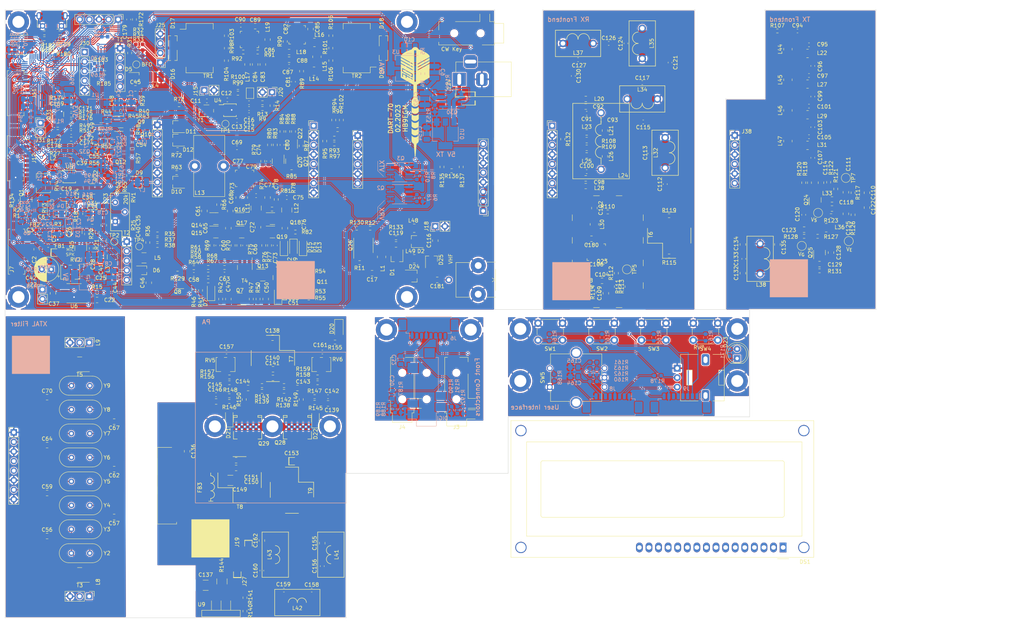
<source format=kicad_pcb>
(kicad_pcb (version 20211014) (generator pcbnew)

  (general
    (thickness 1.6)
  )

  (paper "A4")
  (layers
    (0 "F.Cu" signal)
    (31 "B.Cu" signal)
    (32 "B.Adhes" user "B.Adhesive")
    (33 "F.Adhes" user "F.Adhesive")
    (34 "B.Paste" user)
    (35 "F.Paste" user)
    (36 "B.SilkS" user "B.Silkscreen")
    (37 "F.SilkS" user "F.Silkscreen")
    (38 "B.Mask" user)
    (39 "F.Mask" user)
    (40 "Dwgs.User" user "User.Drawings")
    (41 "Cmts.User" user "User.Comments")
    (42 "Eco1.User" user "User.Eco1")
    (43 "Eco2.User" user "User.Eco2")
    (44 "Edge.Cuts" user)
    (45 "Margin" user)
    (46 "B.CrtYd" user "B.Courtyard")
    (47 "F.CrtYd" user "F.Courtyard")
    (48 "B.Fab" user)
    (49 "F.Fab" user)
    (50 "User.1" user)
    (51 "User.2" user)
    (52 "User.3" user)
    (53 "User.4" user)
    (54 "User.5" user)
    (55 "User.6" user)
    (56 "User.7" user)
    (57 "User.8" user)
    (58 "User.9" user)
  )

  (setup
    (stackup
      (layer "F.SilkS" (type "Top Silk Screen"))
      (layer "F.Paste" (type "Top Solder Paste"))
      (layer "F.Mask" (type "Top Solder Mask") (thickness 0.01))
      (layer "F.Cu" (type "copper") (thickness 0.035))
      (layer "dielectric 1" (type "core") (thickness 1.51) (material "FR4") (epsilon_r 4.5) (loss_tangent 0.02))
      (layer "B.Cu" (type "copper") (thickness 0.035))
      (layer "B.Mask" (type "Bottom Solder Mask") (thickness 0.01))
      (layer "B.Paste" (type "Bottom Solder Paste"))
      (layer "B.SilkS" (type "Bottom Silk Screen"))
      (copper_finish "None")
      (dielectric_constraints no)
    )
    (pad_to_mask_clearance 0)
    (pcbplotparams
      (layerselection 0x0000130_ffffffff)
      (disableapertmacros false)
      (usegerberextensions false)
      (usegerberattributes true)
      (usegerberadvancedattributes true)
      (creategerberjobfile true)
      (svguseinch false)
      (svgprecision 6)
      (excludeedgelayer true)
      (plotframeref false)
      (viasonmask false)
      (mode 1)
      (useauxorigin false)
      (hpglpennumber 1)
      (hpglpenspeed 20)
      (hpglpendiameter 15.000000)
      (dxfpolygonmode true)
      (dxfimperialunits true)
      (dxfusepcbnewfont true)
      (psnegative false)
      (psa4output false)
      (plotreference true)
      (plotvalue true)
      (plotinvisibletext false)
      (sketchpadsonfab false)
      (subtractmaskfromsilk false)
      (outputformat 5)
      (mirror false)
      (drillshape 0)
      (scaleselection 1)
      (outputdirectory "out")
    )
  )

  (net 0 "")
  (net 1 "+12V")
  (net 2 "GND")
  (net 3 "Net-(C2-Pad1)")
  (net 4 "Net-(C3-Pad1)")
  (net 5 "+9VA")
  (net 6 "/MIC")
  (net 7 "Net-(C6-Pad2)")
  (net 8 "+5VA")
  (net 9 "Net-(C10-Pad1)")
  (net 10 "Net-(C11-Pad1)")
  (net 11 "Net-(C11-Pad2)")
  (net 12 "Net-(C14-Pad1)")
  (net 13 "Net-(C14-Pad2)")
  (net 14 "Net-(C15-Pad1)")
  (net 15 "/BFO")
  (net 16 "Net-(C16-Pad1)")
  (net 17 "Net-(C16-Pad2)")
  (net 18 "Net-(C17-Pad1)")
  (net 19 "/Antenna Switch/TX")
  (net 20 "Net-(C18-Pad1)")
  (net 21 "Net-(C18-Pad2)")
  (net 22 "Net-(C19-Pad1)")
  (net 23 "Net-(C19-Pad2)")
  (net 24 "Net-(C20-Pad1)")
  (net 25 "Net-(C20-Pad2)")
  (net 26 "Net-(C22-Pad1)")
  (net 27 "Net-(C23-Pad1)")
  (net 28 "Net-(C23-Pad2)")
  (net 29 "Net-(C25-Pad1)")
  (net 30 "Net-(C25-Pad2)")
  (net 31 "Net-(C26-Pad1)")
  (net 32 "Net-(C27-Pad1)")
  (net 33 "Net-(C27-Pad2)")
  (net 34 "Net-(C28-Pad1)")
  (net 35 "+VRX")
  (net 36 "Net-(C31-Pad1)")
  (net 37 "Net-(C33-Pad1)")
  (net 38 "/Baseband/VAGC")
  (net 39 "Net-(C37-Pad1)")
  (net 40 "Net-(C39-Pad1)")
  (net 41 "Net-(C39-Pad2)")
  (net 42 "Net-(C40-Pad2)")
  (net 43 "Net-(C41-Pad2)")
  (net 44 "Net-(C42-Pad1)")
  (net 45 "/Baseband/SPKR_OUT")
  (net 46 "Net-(C43-Pad2)")
  (net 47 "Net-(C44-Pad2)")
  (net 48 "Net-(C45-Pad1)")
  (net 49 "Net-(C45-Pad2)")
  (net 50 "Net-(C46-Pad1)")
  (net 51 "Net-(C46-Pad2)")
  (net 52 "Net-(C47-Pad1)")
  (net 53 "Net-(C47-Pad2)")
  (net 54 "Net-(C48-Pad1)")
  (net 55 "Net-(C48-Pad2)")
  (net 56 "Net-(C49-Pad1)")
  (net 57 "Net-(C49-Pad2)")
  (net 58 "Net-(C50-Pad1)")
  (net 59 "Net-(C51-Pad2)")
  (net 60 "Net-(C52-Pad1)")
  (net 61 "Net-(C53-Pad1)")
  (net 62 "Net-(C53-Pad2)")
  (net 63 "Net-(C54-Pad2)")
  (net 64 "Net-(C55-Pad1)")
  (net 65 "Net-(C55-Pad2)")
  (net 66 "Net-(C56-Pad2)")
  (net 67 "Net-(C57-Pad2)")
  (net 68 "Net-(C58-Pad1)")
  (net 69 "Net-(C59-Pad2)")
  (net 70 "Net-(C60-Pad2)")
  (net 71 "Net-(C61-Pad1)")
  (net 72 "Net-(C62-Pad2)")
  (net 73 "Net-(C63-Pad2)")
  (net 74 "Net-(C64-Pad2)")
  (net 75 "Net-(C65-Pad1)")
  (net 76 "Net-(C65-Pad2)")
  (net 77 "Net-(C66-Pad2)")
  (net 78 "Net-(C67-Pad2)")
  (net 79 "Net-(C68-Pad1)")
  (net 80 "Net-(C69-Pad1)")
  (net 81 "Net-(C69-Pad2)")
  (net 82 "Net-(C70-Pad2)")
  (net 83 "Net-(C71-Pad2)")
  (net 84 "Net-(C72-Pad1)")
  (net 85 "Net-(C72-Pad2)")
  (net 86 "Net-(C73-Pad2)")
  (net 87 "Net-(C74-Pad2)")
  (net 88 "Net-(C75-Pad2)")
  (net 89 "Net-(C76-Pad1)")
  (net 90 "Net-(C76-Pad2)")
  (net 91 "Net-(C78-Pad1)")
  (net 92 "Net-(C80-Pad1)")
  (net 93 "Net-(C80-Pad2)")
  (net 94 "Net-(C81-Pad1)")
  (net 95 "Net-(C81-Pad2)")
  (net 96 "Net-(C82-Pad1)")
  (net 97 "Net-(C82-Pad2)")
  (net 98 "Net-(C83-Pad2)")
  (net 99 "Net-(C86-Pad1)")
  (net 100 "Net-(C86-Pad2)")
  (net 101 "Net-(C87-Pad2)")
  (net 102 "Net-(C90-Pad2)")
  (net 103 "/70MHz VHF Frontend/VHF_RX")
  (net 104 "/70MHz VHF Frontend/TX_FROM_MIX")
  (net 105 "Net-(C94-Pad2)")
  (net 106 "Net-(C96-Pad2)")
  (net 107 "Net-(C100-Pad2)")
  (net 108 "Net-(C101-Pad2)")
  (net 109 "Net-(C102-Pad2)")
  (net 110 "Net-(C103-Pad1)")
  (net 111 "Net-(C104-Pad2)")
  (net 112 "Net-(C106-Pad1)")
  (net 113 "Net-(C107-Pad2)")
  (net 114 "Net-(C108-Pad1)")
  (net 115 "Net-(C109-Pad2)")
  (net 116 "/70MHz VHF Frontend/+VTX_FE")
  (net 117 "Net-(C111-Pad2)")
  (net 118 "Net-(C112-Pad1)")
  (net 119 "Net-(C112-Pad2)")
  (net 120 "Net-(C114-Pad2)")
  (net 121 "Net-(C115-Pad2)")
  (net 122 "Net-(C118-Pad2)")
  (net 123 "Net-(C120-Pad1)")
  (net 124 "Net-(C120-Pad2)")
  (net 125 "Net-(C121-Pad1)")
  (net 126 "Net-(C125-Pad2)")
  (net 127 "Net-(C126-Pad1)")
  (net 128 "Net-(C128-Pad1)")
  (net 129 "Net-(C128-Pad2)")
  (net 130 "Net-(C129-Pad1)")
  (net 131 "/70MHz VHF Frontend/RX_TO_MIX")
  (net 132 "/70MHz VHF Frontend/VHF_TX")
  (net 133 "Net-(C136-Pad2)")
  (net 134 "VGG1")
  (net 135 "Net-(C140-Pad1)")
  (net 136 "Net-(C140-Pad2)")
  (net 137 "Net-(C143-Pad1)")
  (net 138 "Net-(C143-Pad2)")
  (net 139 "Net-(C144-Pad1)")
  (net 140 "Net-(C144-Pad2)")
  (net 141 "VGG2")
  (net 142 "+3V3")
  (net 143 "/PA 70MHz/VG_5V")
  (net 144 "Net-(C155-Pad2)")
  (net 145 "Net-(C156-Pad2)")
  (net 146 "Net-(C159-Pad2)")
  (net 147 "/Control on separate board/ENC_B")
  (net 148 "/Control on separate board/ENC_A")
  (net 149 "/Control on separate board/3.3V_UI")
  (net 150 "Net-(C169-Pad1)")
  (net 151 "Net-(C171-Pad1)")
  (net 152 "Net-(C172-Pad1)")
  (net 153 "Net-(C173-Pad2)")
  (net 154 "Net-(C164-Pad2)")
  (net 155 "Net-(C176-Pad1)")
  (net 156 "Net-(C165-Pad1)")
  (net 157 "Net-(C116-Pad1)")
  (net 158 "Net-(D5-Pad1)")
  (net 159 "Net-(D5-Pad2)")
  (net 160 "Net-(D6-Pad1)")
  (net 161 "Net-(D6-Pad2)")
  (net 162 "Net-(D7-Pad2)")
  (net 163 "Net-(D8-Pad2)")
  (net 164 "Net-(D9-Pad1)")
  (net 165 "Net-(D10-Pad3)")
  (net 166 "Net-(D10-Pad1)")
  (net 167 "Net-(D11-Pad1)")
  (net 168 "Net-(D11-Pad3)")
  (net 169 "Net-(D13-Pad2)")
  (net 170 "Net-(D14-Pad2)")
  (net 171 "Net-(D15-Pad2)")
  (net 172 "Net-(D16-Pad1)")
  (net 173 "Net-(D16-Pad2)")
  (net 174 "Net-(D16-Pad3)")
  (net 175 "Net-(D17-Pad3)")
  (net 176 "Net-(D18-Pad1)")
  (net 177 "Net-(D18-Pad2)")
  (net 178 "Net-(D18-Pad3)")
  (net 179 "Net-(D19-Pad3)")
  (net 180 "Net-(D20-Pad2)")
  (net 181 "Net-(D21-Pad2)")
  (net 182 "/Control on separate board/STATUSn")
  (net 183 "Net-(D23-Pad2)")
  (net 184 "unconnected-(DS1-Pad1)")
  (net 185 "unconnected-(DS1-Pad2)")
  (net 186 "unconnected-(DS1-Pad3)")
  (net 187 "unconnected-(DS1-Pad4)")
  (net 188 "unconnected-(DS1-Pad5)")
  (net 189 "unconnected-(DS1-Pad6)")
  (net 190 "unconnected-(DS1-Pad7)")
  (net 191 "unconnected-(DS1-Pad8)")
  (net 192 "unconnected-(DS1-Pad9)")
  (net 193 "unconnected-(DS1-Pad10)")
  (net 194 "unconnected-(DS1-Pad11)")
  (net 195 "unconnected-(DS1-Pad12)")
  (net 196 "unconnected-(DS1-Pad13)")
  (net 197 "unconnected-(DS1-Pad14)")
  (net 198 "unconnected-(DS1-Pad15)")
  (net 199 "unconnected-(DS1-Pad16)")
  (net 200 "Net-(FB1-Pad2)")
  (net 201 "unconnected-(J3-PadNC)")
  (net 202 "Net-(J3-PadR1)")
  (net 203 "unconnected-(J3-PadR2)")
  (net 204 "Net-(J3-PadS)")
  (net 205 "Net-(J3-PadT)")
  (net 206 "unconnected-(J3-PadTN)")
  (net 207 "Net-(J4-PadR)")
  (net 208 "Net-(J4-PadTN)")
  (net 209 "/CW_RING")
  (net 210 "/CW_TIP")
  (net 211 "unconnected-(J5-PadTN)")
  (net 212 "Net-(C30-Pad1)")
  (net 213 "Net-(J7-Pad1)")
  (net 214 "Net-(C32-Pad1)")
  (net 215 "/Baseband/SPKR_DET")
  (net 216 "Net-(J8-Pad3)")
  (net 217 "Net-(J9-Pad2)")
  (net 218 "Net-(J9-Pad3)")
  (net 219 "Net-(J9-Pad4)")
  (net 220 "Net-(J9-Pad5)")
  (net 221 "unconnected-(J9-Pad6)")
  (net 222 "unconnected-(J12-Pad3)")
  (net 223 "/Baseband/GPIO_XTAL")
  (net 224 "/EN_VRX")
  (net 225 "/EN_VTX")
  (net 226 "/MIC_PTTn")
  (net 227 "/Baseband/CW_KEYn")
  (net 228 "/Baseband/CW_TONE")
  (net 229 "Net-(Q30-Pad5)")
  (net 230 "/Baseband/SPKR_VOL")
  (net 231 "/MUTE_MICn")
  (net 232 "/SDA")
  (net 233 "/SCL")
  (net 234 "/S_METER")
  (net 235 "/Baseband/VHF_IN")
  (net 236 "/Baseband/VHF_OUT")
  (net 237 "/CLK1")
  (net 238 "Net-(J22-Pad2)")
  (net 239 "+VTX")
  (net 240 "Net-(J24-Pad2)")
  (net 241 "unconnected-(J24-Pad4)")
  (net 242 "unconnected-(J24-Pad5)")
  (net 243 "Net-(J24-Pad7)")
  (net 244 "/Control on separate board/DISP_LAT")
  (net 245 "/Control on separate board/I2C2_SDA")
  (net 246 "/Control on separate board/I2C2_SCL")
  (net 247 "/Control on separate board/PC14")
  (net 248 "/Control on separate board/PC13")
  (net 249 "Net-(C93-Pad1)")
  (net 250 "/Control on separate board/USART1_TX")
  (net 251 "/Control on separate board/USART1_RX")
  (net 252 "/Control on separate board/PB15")
  (net 253 "unconnected-(J34-Pad1)")
  (net 254 "/Control on separate board/USB_DM")
  (net 255 "/Control on separate board/USB_DP")
  (net 256 "Net-(J34-Pad4)")
  (net 257 "/Control on separate board/SWCLK")
  (net 258 "/Control on separate board/SWDIO")
  (net 259 "/Control on separate board/RESETn")
  (net 260 "/LO1")
  (net 261 "Net-(L14-Pad1)")
  (net 262 "Net-(L15-Pad1)")
  (net 263 "Net-(L19-Pad1)")
  (net 264 "Net-(L21-Pad2)")
  (net 265 "Net-(L23-Pad2)")
  (net 266 "Net-(L25-Pad2)")
  (net 267 "Net-(Q1-Pad1)")
  (net 268 "Net-(Q2-Pad4)")
  (net 269 "Net-(Q3-Pad4)")
  (net 270 "Net-(Q6-Pad1)")
  (net 271 "Net-(Q7-Pad1)")
  (net 272 "Net-(Q10-Pad1)")
  (net 273 "Net-(Q10-Pad2)")
  (net 274 "Net-(Q11-Pad1)")
  (net 275 "Net-(Q11-Pad3)")
  (net 276 "Net-(Q13-Pad1)")
  (net 277 "Net-(Q14-Pad2)")
  (net 278 "Net-(Q14-Pad3)")
  (net 279 "Net-(Q16-Pad2)")
  (net 280 "Net-(Q18-Pad2)")
  (net 281 "Net-(Q20-Pad1)")
  (net 282 "Net-(Q21-Pad1)")
  (net 283 "Net-(Q23-Pad1)")
  (net 284 "Net-(Q24-Pad4)")
  (net 285 "/70MHz VHF Frontend/+VRX_FE")
  (net 286 "Net-(Q30-Pad4)")
  (net 287 "Net-(R22-Pad2)")
  (net 288 "Net-(R23-Pad2)")
  (net 289 "Net-(R28-Pad2)")
  (net 290 "Net-(R31-Pad1)")
  (net 291 "Net-(R31-Pad2)")
  (net 292 "Net-(R35-Pad1)")
  (net 293 "Net-(R36-Pad1)")
  (net 294 "Net-(R93-Pad1)")
  (net 295 "Net-(R103-Pad2)")
  (net 296 "Net-(R104-Pad2)")
  (net 297 "Net-(R100-Pad1)")
  (net 298 "Net-(R101-Pad1)")
  (net 299 "Net-(R111-Pad2)")
  (net 300 "Net-(R140-Pad1)")
  (net 301 "Net-(J27-Pad1)")
  (net 302 "Net-(R157-Pad1)")
  (net 303 "Net-(R159-Pad1)")
  (net 304 "Net-(R160-Pad1)")
  (net 305 "Net-(R161-Pad2)")
  (net 306 "/Control on separate board/BTN0")
  (net 307 "/Control on separate board/BTN1")
  (net 308 "/Control on separate board/BTN2")
  (net 309 "/Control on separate board/BTN3")
  (net 310 "Net-(R168-Pad1)")
  (net 311 "/Control on separate board/ENC_BTN")
  (net 312 "/Control on separate board/XTAL1")
  (net 313 "/Control on separate board/XTAL2")
  (net 314 "/Control on separate board/PWM_CW")
  (net 315 "/Control on separate board/MUTE_SPKR")
  (net 316 "Net-(R178-Pad2)")
  (net 317 "Net-(R179-Pad2)")
  (net 318 "Net-(R180-Pad2)")
  (net 319 "/Control on separate board/BOOT0")
  (net 320 "/Control on separate board/BOOT1")
  (net 321 "unconnected-(T3-Pad2)")
  (net 322 "unconnected-(T5-Pad2)")
  (net 323 "unconnected-(TR1-Pad10)")
  (net 324 "unconnected-(TR1-Pad15)")
  (net 325 "unconnected-(TR2-Pad10)")
  (net 326 "unconnected-(TR2-Pad15)")
  (net 327 "Net-(U4-Pad3)")
  (net 328 "Net-(D23-Pad1)")
  (net 329 "Net-(D22-Pad2)")
  (net 330 "unconnected-(T4-Pad2)")
  (net 331 "/Antenna Switch/RX")
  (net 332 "Net-(C38-Pad1)")
  (net 333 "Net-(L22-Pad2)")
  (net 334 "Net-(L27-Pad2)")
  (net 335 "Net-(L29-Pad2)")
  (net 336 "Net-(L31-Pad2)")
  (net 337 "unconnected-(J13-Pad1)")
  (net 338 "unconnected-(J14-Pad1)")
  (net 339 "unconnected-(U11-Pad1)")
  (net 340 "Net-(C119-Pad1)")
  (net 341 "/Antenna Switch/ANT")
  (net 342 "/Antenna Switch/V_{PIN}")
  (net 343 "Net-(Q26-Pad5)")
  (net 344 "Net-(Q26-Pad7)")
  (net 345 "/TX_to_PA")
  (net 346 "/Baseband/AGC_to_METER")
  (net 347 "Net-(C136-Pad1)")
  (net 348 "/PA 70MHz/V_{DD}")
  (net 349 "Net-(C154-Pad1)")
  (net 350 "Net-(C137-Pad1)")
  (net 351 "Net-(C181-Pad2)")
  (net 352 "Net-(FB3-Pad1)")
  (net 353 "Net-(J16-Pad5)")
  (net 354 "Net-(C162-Pad2)")
  (net 355 "Net-(J8-Pad2)")
  (net 356 "Net-(J8-Pad5)")
  (net 357 "Net-(J6-Pad5)")
  (net 358 "Net-(C148-Pad2)")
  (net 359 "Net-(Q28-Pad1)")
  (net 360 "Net-(Q29-Pad1)")
  (net 361 "Net-(C147-Pad2)")
  (net 362 "Net-(C163-Pad1)")
  (net 363 "Net-(C163-Pad2)")
  (net 364 "Net-(C177-Pad2)")
  (net 365 "Net-(J7-Pad4)")
  (net 366 "unconnected-(J28-PadNC)")
  (net 367 "Net-(J28-PadR1)")
  (net 368 "Net-(J28-PadR2)")
  (net 369 "unconnected-(J28-PadTN)")
  (net 370 "Net-(Q27-Pad1)")
  (net 371 "Net-(Q32-Pad1)")
  (net 372 "/Control on separate board/PB4")
  (net 373 "/VOX_PTTn")

  (footprint "Capacitor_SMD:C_0603_1608Metric_Pad1.08x0.95mm_HandSolder" (layer "F.Cu") (at 30.48 52.832 180))

  (footprint "Resistor_SMD:R_0603_1608Metric_Pad0.98x0.95mm_HandSolder" (layer "F.Cu") (at 224.663 66.167 -90))

  (footprint "Crystal:Crystal_HC49-U_Vertical" (layer "F.Cu") (at 30.531 145.41))

  (footprint "Resistor_SMD:R_0603_1608Metric_Pad0.98x0.95mm_HandSolder" (layer "F.Cu") (at 72.42 119.228))

  (footprint "Resistor_SMD:R_0603_1608Metric_Pad0.98x0.95mm_HandSolder" (layer "F.Cu") (at 89.916 79.248))

  (footprint "Package_SO:MSOP-10_3x3mm_P0.5mm" (layer "F.Cu") (at 29.972 64.516))

  (footprint "mpb:four_4mm_pads_narrow" (layer "F.Cu") (at 83.85 112.624 -90))

  (footprint "Potentiometer_SMD:Potentiometer_Bourns_3214W_Vertical" (layer "F.Cu") (at 23.114 66.294 -90))

  (footprint "Potentiometer_SMD:Potentiometer_Bourns_3214W_Vertical" (layer "F.Cu") (at 26.67 72.898 180))

  (footprint "Resistor_SMD:R_0603_1608Metric_Pad0.98x0.95mm_HandSolder" (layer "F.Cu") (at 237.744 74.676 90))

  (footprint "Capacitor_SMD:C_0603_1608Metric_Pad1.08x0.95mm_HandSolder" (layer "F.Cu") (at 183.896 58.42 -90))

  (footprint "Resistor_SMD:R_0603_1608Metric_Pad0.98x0.95mm_HandSolder" (layer "F.Cu") (at 59.0785 45.466))

  (footprint "Capacitor_SMD:C_0603_1608Metric_Pad1.08x0.95mm_HandSolder" (layer "F.Cu") (at 42.672 44.45 90))

  (footprint "Resistor_SMD:R_0603_1608Metric_Pad0.98x0.95mm_HandSolder" (layer "F.Cu") (at 228.346 80.391 180))

  (footprint "Capacitor_SMD:C_0805_2012Metric_Pad1.18x1.45mm_HandSolder" (layer "F.Cu") (at 83.977 115.672))

  (footprint "Capacitor_SMD:C_0805_2012Metric_Pad1.18x1.45mm_HandSolder" (layer "F.Cu") (at 83.9555 117.958))

  (footprint "Diode_SMD:D_SOD-123F" (layer "F.Cu") (at 86.868 83.312 90))

  (footprint "Resistor_SMD:R_0603_1608Metric_Pad0.98x0.95mm_HandSolder" (layer "F.Cu") (at 48.514 32.507 180))

  (footprint "mpb:PLD-1.5W" (layer "F.Cu") (at 77.246 130.912))

  (footprint "Capacitor_SMD:C_0805_2012Metric_Pad1.18x1.45mm_HandSolder" (layer "F.Cu") (at 61.214 137.414 -90))

  (footprint "Capacitor_SMD:C_0805_2012Metric_Pad1.18x1.45mm_HandSolder" (layer "F.Cu") (at 208.534 82.55 -90))

  (footprint "Connector_BarrelJack:BarrelJack_Horizontal" (layer "F.Cu") (at 133.35 38.735 180))

  (footprint "Inductor_SMD:L_1008_2520Metric_Pad1.43x2.20mm_HandSolder" (layer "F.Cu") (at 220.472 30.734 90))

  (footprint "Package_TO_SOT_SMD:SOT-23" (layer "F.Cu") (at 58.674 92.71 180))

  (footprint "MountingHole:MountingHole_3.2mm_M3_DIN965_Pad" (layer "F.Cu") (at 149.536 104.956))

  (footprint "Resistor_SMD:R_0603_1608Metric_Pad0.98x0.95mm_HandSolder" (layer "F.Cu") (at 46.6575 52.07 90))

  (footprint "Capacitor_SMD:C_0805_2012Metric_Pad1.18x1.45mm_HandSolder" (layer "F.Cu") (at 168.402 81.026 180))

  (footprint "Inductor_SMD:L_1008_2520Metric_Pad1.43x2.20mm_HandSolder" (layer "F.Cu") (at 94.957 28.956))

  (footprint "Connector_PinHeader_1.27mm:PinHeader_2x04_P1.27mm_Vertical_SMD" (layer "F.Cu") (at 17.272 29.591))

  (footprint "Package_TO_SOT_SMD:SOT-23_Handsoldering" (layer "F.Cu") (at 58.166 54.864 180))

  (footprint "Capacitor_SMD:C_0805_2012Metric_Pad1.18x1.45mm_HandSolder" (layer "F.Cu") (at 97.028 161.798 90))

  (footprint "Capacitor_SMD:C_0603_1608Metric_Pad1.08x0.95mm_HandSolder" (layer "F.Cu") (at 40.8155 51.562 90))

  (footprint "mpb:two_4mm_pads" (layer "F.Cu") (at 135.89 43.815 -90))

  (footprint "Inductor_SMD:L_1008_2520Metric_Pad1.43x2.20mm_HandSolder" (layer "F.Cu") (at 220.472 55.118 90))

  (footprint "Capacitor_SMD:C_0805_2012Metric_Pad1.18x1.45mm_HandSolder" (layer "F.Cu") (at 82.042 97.028 -90))

  (footprint "Capacitor_SMD:C_0603_1608Metric_Pad1.08x0.95mm_HandSolder" (layer "F.Cu") (at 89.408 39.37 90))

  (footprint "Resistor_SMD:R_0603_1608Metric_Pad0.98x0.95mm_HandSolder" (layer "F.Cu") (at 39.7995 48.768))

  (footprint "Inductor_SMD:L_0805_2012Metric_Pad1.15x1.40mm_HandSolder" (layer "F.Cu") (at 167.132 52.832 180))

  (footprint "TestPoint:TestPoint_Pad_D2.0mm" (layer "F.Cu") (at 236.601 81.661 -90))

  (footprint "Resistor_SMD:R_0603_1608Metric_Pad0.98x0.95mm_HandSolder" (layer "F.Cu") (at 72.39 124.206 180))

  (footprint "Package_TO_SOT_SMD:SOT-323_SC-70_Handsoldering" (layer "F.Cu") (at 57.404 27.9185 90))

  (footprint "Resistor_SMD:R_0603_1608Metric_Pad0.98x0.95mm_HandSolder" (layer "F.Cu") (at 76.543 179.822 -90))

  (footprint "Resistor_SMD:R_0603_1608Metric_Pad0.98x0.95mm_HandSolder" (layer "F.Cu") (at 74.676 70.104 -90))

  (footprint "Capacitor_SMD:C_0603_1608Metric_Pad1.08x0.95mm_HandSolder" (layer "F.Cu") (at 76.454 82.804 90))

  (footprint "Potentiometer_SMD:Potentiometer_Bourns_3214W_Vertical" (layer "F.Cu") (at 96.804 114.402))

  (footprint "Capacitor_SMD:C_0805_2012Metric_Pad1.18x1.45mm_HandSolder" (layer "F.Cu") (at 241.427 68.834 90))

  (footprint "Capacitor_SMD:C_0805_2012Metric_Pad1.18x1.45mm_HandSolder" (layer "F.Cu") (at 41.871 129.535 180))

  (footprint "Capacitor_SMD:C_0805_2012Metric_Pad1.18x1.45mm_HandSolder" (layer "F.Cu") (at 79.248 34.798 -90))

  (footprint "Crystal:Crystal_HC49-U_Vertical" (layer "F.Cu") (at 35.431 120.01 180))

  (footprint "Jumper:SolderJumper-2_P1.3mm_Open_TrianglePad1.0x1.5mm" (layer "F.Cu") (at 77.8775 42.418 90))

  (footprint "Capacitor_SMD:C_0805_2012Metric_Pad1.18x1.45mm_HandSolder" (layer "F.Cu") (at 232.156 73.025 180))

  (footprint "Resistor_SMD:R_0603_1608Metric_Pad0.98x0.95mm_HandSolder" (layer "F.Cu") (at 89.408 52.578 -90))

  (footprint "Resistor_SMD:R_0603_1608Metric_Pad0.98x0.95mm_HandSolder" (layer "F.Cu") (at 228.854 89.535 180))

  (footprint "Resistor_SMD:R_0603_1608Metric_Pad0.98x0.95mm_HandSolder" (layer "F.Cu") (at 231.902 74.93))

  (footprint "Capacitor_SMD:C_0805_2012Metric_Pad1.18x1.45mm_HandSolder" (layer "F.Cu")
    (tedit 5F68FEEF) (tstamp 1bafce3e-a05c-40ee-9ab1-dbf1bce75a0d)
    (at 241.427 72.771 -90)
    (descr "Capacitor SMD 0805 (2012 Metric), square (rectangular) end terminal, IPC_7351 nominal with elongated pad for handsoldering. (Body size source: IPC-SM-782 page 76, https://www.pcb-3d.com/wordpress/wp-content/uploads/ipc-sm-782a_amendment_1_and_2.pdf, https://docs.google.com/spreadsheets/d/1BsfQQcO9C6DZCsRaXUlFlo91Tg2WpOkGARC1WS5S8t0/edit?usp=sharing), generated with kicad-footprint-generator")
    (tags "capacitor handsolder")
    (property "MPN" "VJ0805A103KXJTBC")
    (property "Need_order" "0")
    (property "Sheetfile" "frontend_70.kicad_sch")
    (property "Sheetname" "70MHz VHF Frontend")
    (path "/8cbb5345-c7a6-41b7-8a2a-794c3d5f0f34/993db2c0-eaca-475f-914a-6dcd5e59646b")
    (attr smd)
    (fp_text reference "C122" (at 0 -1.68 90) (layer "F.SilkS")
      (effects (font (size 1 1) (thickness 0.15)))
      (tstamp 7f95ec9b-8f9d-490f-889a-fd4e13f43033)
    )
    (fp_text value "10nF" (at 0 1.68 90) (layer "F.Fab")
      (effects (font (size 1 1) (thickness 0.15)))
      (tstamp 28f981c1-9d55-4766-b660-604fc9a667a3)
    )
    (fp_text user "${REFERENCE}" (at 0 0 90) (layer "F.Fab")
      (effects (font (size 0.5 0.5) (thickness 0.08)))
      (tstamp 8ee67f41-f96b-4695-98c0-1178b1f8db3a)
    )
    (fp_line (start -0.261252 -0.735) (end 0.261252 -0.735) (layer "F.SilkS") (width 0.12) (tstamp 3b328fc6-8bad-4959-9c93-f89f1e104038))
    (fp_line (start -0.261252 0.735) (end 0.261252 0.735) (layer "F.SilkS") (width 0.12) (tstamp 88932045-c8b3-4dac-9793-5759f687f195))
    (fp_line (start 1.88 -0.98) (end 1.88 0.98) (layer "F.CrtYd") (width 0.05) (tstamp 1eee918f-d4c6-439b-a8fb-36f57fb150de))
    (fp_line (start -1.88 0.98) (end -1.88 -0.98) (layer "F.CrtYd") (width 0.05) (tstamp 6848395e-0e0c-4133-9e34-99b6360aa7b3))
    (fp_line (start -1.88 -0.98) (end 1.88 -0.98) (layer "F.CrtYd") (width 0.05) (tstamp d66772d1-aaff-4b30-9c19-d84c1a0c1ee8))
    (fp_line (start 1.88 0.98) (end -1.88 0.98) (layer "F.CrtYd") (width 0.05) (tstamp fa51e41e-4fd7-41c7-a14d-556af675cc12))
    (fp_line (start 1 -0.625) (end 1 0.625) (layer "F.Fab") (width 0.1) (tstamp 25099b36-b9e6-4234-8b66-edd2c58b8c29))
    (fp_line (start 1 0.625) (end -1 0.625) (layer "F.Fab") (width 0.1) (tstamp 3c1b96f8-a66f-4a25-abf5-186d45351a20))
    (fp_line (start -1 0.625) (end -1 -0.625) (layer "F.Fab") (width 0.1) (tstamp 898931f4-3aeb-4f77-915f-64f2cd75f99e))
    (fp_line (start -1 -0.625) (end 1 -0.625) (layer "F.F
... [6357704 chars truncated]
</source>
